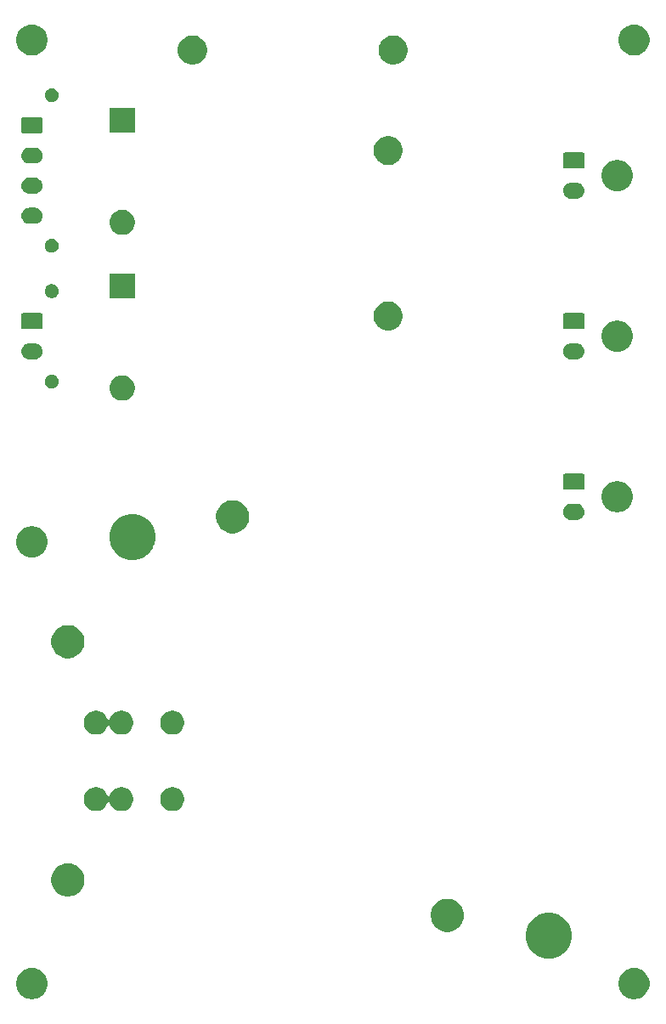
<source format=gbr>
G04 #@! TF.GenerationSoftware,KiCad,Pcbnew,5.1.5-52549c5~84~ubuntu18.04.1*
G04 #@! TF.CreationDate,2020-02-01T01:55:07-06:00*
G04 #@! TF.ProjectId,ContactorDriver,436f6e74-6163-4746-9f72-447269766572,rev?*
G04 #@! TF.SameCoordinates,Original*
G04 #@! TF.FileFunction,Soldermask,Bot*
G04 #@! TF.FilePolarity,Negative*
%FSLAX46Y46*%
G04 Gerber Fmt 4.6, Leading zero omitted, Abs format (unit mm)*
G04 Created by KiCad (PCBNEW 5.1.5-52549c5~84~ubuntu18.04.1) date 2020-02-01 01:55:07*
%MOMM*%
%LPD*%
G04 APERTURE LIST*
%ADD10C,0.100000*%
G04 APERTURE END LIST*
D10*
G36*
X227302585Y-163478802D02*
G01*
X227452410Y-163508604D01*
X227734674Y-163625521D01*
X227988705Y-163795259D01*
X228204741Y-164011295D01*
X228374479Y-164265326D01*
X228491396Y-164547590D01*
X228551000Y-164847240D01*
X228551000Y-165152760D01*
X228491396Y-165452410D01*
X228374479Y-165734674D01*
X228204741Y-165988705D01*
X227988705Y-166204741D01*
X227734674Y-166374479D01*
X227452410Y-166491396D01*
X227302585Y-166521198D01*
X227152761Y-166551000D01*
X226847239Y-166551000D01*
X226697415Y-166521198D01*
X226547590Y-166491396D01*
X226265326Y-166374479D01*
X226011295Y-166204741D01*
X225795259Y-165988705D01*
X225625521Y-165734674D01*
X225508604Y-165452410D01*
X225449000Y-165152760D01*
X225449000Y-164847240D01*
X225508604Y-164547590D01*
X225625521Y-164265326D01*
X225795259Y-164011295D01*
X226011295Y-163795259D01*
X226265326Y-163625521D01*
X226547590Y-163508604D01*
X226697415Y-163478802D01*
X226847239Y-163449000D01*
X227152761Y-163449000D01*
X227302585Y-163478802D01*
G37*
G36*
X167302585Y-163478802D02*
G01*
X167452410Y-163508604D01*
X167734674Y-163625521D01*
X167988705Y-163795259D01*
X168204741Y-164011295D01*
X168374479Y-164265326D01*
X168491396Y-164547590D01*
X168551000Y-164847240D01*
X168551000Y-165152760D01*
X168491396Y-165452410D01*
X168374479Y-165734674D01*
X168204741Y-165988705D01*
X167988705Y-166204741D01*
X167734674Y-166374479D01*
X167452410Y-166491396D01*
X167302585Y-166521198D01*
X167152761Y-166551000D01*
X166847239Y-166551000D01*
X166697415Y-166521198D01*
X166547590Y-166491396D01*
X166265326Y-166374479D01*
X166011295Y-166204741D01*
X165795259Y-165988705D01*
X165625521Y-165734674D01*
X165508604Y-165452410D01*
X165449000Y-165152760D01*
X165449000Y-164847240D01*
X165508604Y-164547590D01*
X165625521Y-164265326D01*
X165795259Y-164011295D01*
X166011295Y-163795259D01*
X166265326Y-163625521D01*
X166547590Y-163508604D01*
X166697415Y-163478802D01*
X166847239Y-163449000D01*
X167152761Y-163449000D01*
X167302585Y-163478802D01*
G37*
G36*
X219171304Y-158037002D02*
G01*
X219590139Y-158210489D01*
X219590141Y-158210490D01*
X219779891Y-158337277D01*
X219967082Y-158462354D01*
X220287646Y-158782918D01*
X220539511Y-159159861D01*
X220712998Y-159578696D01*
X220801440Y-160023327D01*
X220801440Y-160476673D01*
X220712998Y-160921304D01*
X220539511Y-161340139D01*
X220539510Y-161340141D01*
X220287645Y-161717083D01*
X219967083Y-162037645D01*
X219590141Y-162289510D01*
X219590140Y-162289511D01*
X219590139Y-162289511D01*
X219171304Y-162462998D01*
X218726673Y-162551440D01*
X218273327Y-162551440D01*
X217828696Y-162462998D01*
X217409861Y-162289511D01*
X217409860Y-162289511D01*
X217409859Y-162289510D01*
X217032917Y-162037645D01*
X216712355Y-161717083D01*
X216460490Y-161340141D01*
X216460489Y-161340139D01*
X216287002Y-160921304D01*
X216198560Y-160476673D01*
X216198560Y-160023327D01*
X216287002Y-159578696D01*
X216460489Y-159159861D01*
X216712354Y-158782918D01*
X217032918Y-158462354D01*
X217220109Y-158337277D01*
X217409859Y-158210490D01*
X217409861Y-158210489D01*
X217828696Y-158037002D01*
X218273327Y-157948560D01*
X218726673Y-157948560D01*
X219171304Y-158037002D01*
G37*
G36*
X208775256Y-156591298D02*
G01*
X208881579Y-156612447D01*
X209182042Y-156736903D01*
X209452451Y-156917585D01*
X209682415Y-157147549D01*
X209682416Y-157147551D01*
X209863098Y-157417960D01*
X209987553Y-157718422D01*
X210051000Y-158037389D01*
X210051000Y-158362611D01*
X210008702Y-158575256D01*
X209987553Y-158681579D01*
X209863097Y-158982042D01*
X209682415Y-159252451D01*
X209452451Y-159482415D01*
X209182042Y-159663097D01*
X208881579Y-159787553D01*
X208775256Y-159808702D01*
X208562611Y-159851000D01*
X208237389Y-159851000D01*
X208024744Y-159808702D01*
X207918421Y-159787553D01*
X207617958Y-159663097D01*
X207347549Y-159482415D01*
X207117585Y-159252451D01*
X206936903Y-158982042D01*
X206812447Y-158681579D01*
X206791298Y-158575256D01*
X206749000Y-158362611D01*
X206749000Y-158037389D01*
X206812447Y-157718422D01*
X206936902Y-157417960D01*
X207117584Y-157147551D01*
X207117585Y-157147549D01*
X207347549Y-156917585D01*
X207617958Y-156736903D01*
X207918421Y-156612447D01*
X208024744Y-156591298D01*
X208237389Y-156549000D01*
X208562611Y-156549000D01*
X208775256Y-156591298D01*
G37*
G36*
X170955256Y-153071298D02*
G01*
X171061579Y-153092447D01*
X171362042Y-153216903D01*
X171632451Y-153397585D01*
X171862415Y-153627549D01*
X172043097Y-153897958D01*
X172167553Y-154198421D01*
X172231000Y-154517391D01*
X172231000Y-154842609D01*
X172167553Y-155161579D01*
X172043097Y-155462042D01*
X171862415Y-155732451D01*
X171632451Y-155962415D01*
X171362042Y-156143097D01*
X171061579Y-156267553D01*
X170955256Y-156288702D01*
X170742611Y-156331000D01*
X170417389Y-156331000D01*
X170204744Y-156288702D01*
X170098421Y-156267553D01*
X169797958Y-156143097D01*
X169527549Y-155962415D01*
X169297585Y-155732451D01*
X169116903Y-155462042D01*
X168992447Y-155161579D01*
X168929000Y-154842609D01*
X168929000Y-154517391D01*
X168992447Y-154198421D01*
X169116903Y-153897958D01*
X169297585Y-153627549D01*
X169527549Y-153397585D01*
X169797958Y-153216903D01*
X170098421Y-153092447D01*
X170204744Y-153071298D01*
X170417389Y-153029000D01*
X170742611Y-153029000D01*
X170955256Y-153071298D01*
G37*
G36*
X173728276Y-145471884D02*
G01*
X173945569Y-145561890D01*
X173945571Y-145561891D01*
X174141130Y-145692560D01*
X174307440Y-145858870D01*
X174438110Y-146054431D01*
X174529513Y-146275097D01*
X174534516Y-146291589D01*
X174546067Y-146313199D01*
X174561613Y-146332141D01*
X174580555Y-146347686D01*
X174602165Y-146359237D01*
X174625614Y-146366350D01*
X174650000Y-146368752D01*
X174674387Y-146366350D01*
X174697836Y-146359237D01*
X174719446Y-146347686D01*
X174738388Y-146332140D01*
X174753933Y-146313198D01*
X174765484Y-146291588D01*
X174770486Y-146275098D01*
X174861890Y-146054431D01*
X174992560Y-145858870D01*
X175158870Y-145692560D01*
X175354429Y-145561891D01*
X175354431Y-145561890D01*
X175571724Y-145471884D01*
X175802400Y-145426000D01*
X176037600Y-145426000D01*
X176268276Y-145471884D01*
X176485569Y-145561890D01*
X176485571Y-145561891D01*
X176681130Y-145692560D01*
X176847440Y-145858870D01*
X176978110Y-146054431D01*
X177068116Y-146271724D01*
X177114000Y-146502400D01*
X177114000Y-146737600D01*
X177068116Y-146968276D01*
X176978110Y-147185569D01*
X176978109Y-147185571D01*
X176847440Y-147381130D01*
X176681130Y-147547440D01*
X176485571Y-147678109D01*
X176485570Y-147678110D01*
X176485569Y-147678110D01*
X176268276Y-147768116D01*
X176037600Y-147814000D01*
X175802400Y-147814000D01*
X175571724Y-147768116D01*
X175354431Y-147678110D01*
X175354430Y-147678110D01*
X175354429Y-147678109D01*
X175158870Y-147547440D01*
X174992560Y-147381130D01*
X174861891Y-147185571D01*
X174771885Y-146968277D01*
X174770487Y-146964903D01*
X174765484Y-146948411D01*
X174753933Y-146926801D01*
X174738387Y-146907859D01*
X174719445Y-146892314D01*
X174697835Y-146880763D01*
X174674386Y-146873650D01*
X174650000Y-146871248D01*
X174625613Y-146873650D01*
X174602164Y-146880763D01*
X174580554Y-146892314D01*
X174561612Y-146907860D01*
X174546067Y-146926802D01*
X174534516Y-146948412D01*
X174529514Y-146964902D01*
X174438110Y-147185569D01*
X174438109Y-147185571D01*
X174307440Y-147381130D01*
X174141130Y-147547440D01*
X173945571Y-147678109D01*
X173945570Y-147678110D01*
X173945569Y-147678110D01*
X173728276Y-147768116D01*
X173497600Y-147814000D01*
X173262400Y-147814000D01*
X173031724Y-147768116D01*
X172814431Y-147678110D01*
X172814430Y-147678110D01*
X172814429Y-147678109D01*
X172618870Y-147547440D01*
X172452560Y-147381130D01*
X172321891Y-147185571D01*
X172321890Y-147185569D01*
X172231884Y-146968276D01*
X172186000Y-146737600D01*
X172186000Y-146502400D01*
X172231884Y-146271724D01*
X172321890Y-146054431D01*
X172452560Y-145858870D01*
X172618870Y-145692560D01*
X172814429Y-145561891D01*
X172814431Y-145561890D01*
X173031724Y-145471884D01*
X173262400Y-145426000D01*
X173497600Y-145426000D01*
X173728276Y-145471884D01*
G37*
G36*
X181348276Y-145471884D02*
G01*
X181565569Y-145561890D01*
X181565571Y-145561891D01*
X181761130Y-145692560D01*
X181927440Y-145858870D01*
X182058110Y-146054431D01*
X182148116Y-146271724D01*
X182194000Y-146502400D01*
X182194000Y-146737600D01*
X182148116Y-146968276D01*
X182058110Y-147185569D01*
X182058109Y-147185571D01*
X181927440Y-147381130D01*
X181761130Y-147547440D01*
X181565571Y-147678109D01*
X181565570Y-147678110D01*
X181565569Y-147678110D01*
X181348276Y-147768116D01*
X181117600Y-147814000D01*
X180882400Y-147814000D01*
X180651724Y-147768116D01*
X180434431Y-147678110D01*
X180434430Y-147678110D01*
X180434429Y-147678109D01*
X180238870Y-147547440D01*
X180072560Y-147381130D01*
X179941891Y-147185571D01*
X179941890Y-147185569D01*
X179851884Y-146968276D01*
X179806000Y-146737600D01*
X179806000Y-146502400D01*
X179851884Y-146271724D01*
X179941890Y-146054431D01*
X180072560Y-145858870D01*
X180238870Y-145692560D01*
X180434429Y-145561891D01*
X180434431Y-145561890D01*
X180651724Y-145471884D01*
X180882400Y-145426000D01*
X181117600Y-145426000D01*
X181348276Y-145471884D01*
G37*
G36*
X173728276Y-137851884D02*
G01*
X173945569Y-137941890D01*
X173945571Y-137941891D01*
X174141130Y-138072560D01*
X174307440Y-138238870D01*
X174438110Y-138434431D01*
X174529513Y-138655097D01*
X174534516Y-138671589D01*
X174546067Y-138693199D01*
X174561613Y-138712141D01*
X174580555Y-138727686D01*
X174602165Y-138739237D01*
X174625614Y-138746350D01*
X174650000Y-138748752D01*
X174674387Y-138746350D01*
X174697836Y-138739237D01*
X174719446Y-138727686D01*
X174738388Y-138712140D01*
X174753933Y-138693198D01*
X174765484Y-138671588D01*
X174770486Y-138655098D01*
X174861890Y-138434431D01*
X174992560Y-138238870D01*
X175158870Y-138072560D01*
X175354429Y-137941891D01*
X175354431Y-137941890D01*
X175571724Y-137851884D01*
X175802400Y-137806000D01*
X176037600Y-137806000D01*
X176268276Y-137851884D01*
X176485569Y-137941890D01*
X176485571Y-137941891D01*
X176681130Y-138072560D01*
X176847440Y-138238870D01*
X176978110Y-138434431D01*
X177068116Y-138651724D01*
X177114000Y-138882400D01*
X177114000Y-139117600D01*
X177068116Y-139348276D01*
X176978110Y-139565569D01*
X176978109Y-139565571D01*
X176847440Y-139761130D01*
X176681130Y-139927440D01*
X176485571Y-140058109D01*
X176485570Y-140058110D01*
X176485569Y-140058110D01*
X176268276Y-140148116D01*
X176037600Y-140194000D01*
X175802400Y-140194000D01*
X175571724Y-140148116D01*
X175354431Y-140058110D01*
X175354430Y-140058110D01*
X175354429Y-140058109D01*
X175158870Y-139927440D01*
X174992560Y-139761130D01*
X174861891Y-139565571D01*
X174771885Y-139348277D01*
X174770487Y-139344903D01*
X174765484Y-139328411D01*
X174753933Y-139306801D01*
X174738387Y-139287859D01*
X174719445Y-139272314D01*
X174697835Y-139260763D01*
X174674386Y-139253650D01*
X174650000Y-139251248D01*
X174625613Y-139253650D01*
X174602164Y-139260763D01*
X174580554Y-139272314D01*
X174561612Y-139287860D01*
X174546067Y-139306802D01*
X174534516Y-139328412D01*
X174529514Y-139344902D01*
X174438110Y-139565569D01*
X174438109Y-139565571D01*
X174307440Y-139761130D01*
X174141130Y-139927440D01*
X173945571Y-140058109D01*
X173945570Y-140058110D01*
X173945569Y-140058110D01*
X173728276Y-140148116D01*
X173497600Y-140194000D01*
X173262400Y-140194000D01*
X173031724Y-140148116D01*
X172814431Y-140058110D01*
X172814430Y-140058110D01*
X172814429Y-140058109D01*
X172618870Y-139927440D01*
X172452560Y-139761130D01*
X172321891Y-139565571D01*
X172321890Y-139565569D01*
X172231884Y-139348276D01*
X172186000Y-139117600D01*
X172186000Y-138882400D01*
X172231884Y-138651724D01*
X172321890Y-138434431D01*
X172452560Y-138238870D01*
X172618870Y-138072560D01*
X172814429Y-137941891D01*
X172814431Y-137941890D01*
X173031724Y-137851884D01*
X173262400Y-137806000D01*
X173497600Y-137806000D01*
X173728276Y-137851884D01*
G37*
G36*
X181348276Y-137851884D02*
G01*
X181565569Y-137941890D01*
X181565571Y-137941891D01*
X181761130Y-138072560D01*
X181927440Y-138238870D01*
X182058110Y-138434431D01*
X182148116Y-138651724D01*
X182194000Y-138882400D01*
X182194000Y-139117600D01*
X182148116Y-139348276D01*
X182058110Y-139565569D01*
X182058109Y-139565571D01*
X181927440Y-139761130D01*
X181761130Y-139927440D01*
X181565571Y-140058109D01*
X181565570Y-140058110D01*
X181565569Y-140058110D01*
X181348276Y-140148116D01*
X181117600Y-140194000D01*
X180882400Y-140194000D01*
X180651724Y-140148116D01*
X180434431Y-140058110D01*
X180434430Y-140058110D01*
X180434429Y-140058109D01*
X180238870Y-139927440D01*
X180072560Y-139761130D01*
X179941891Y-139565571D01*
X179941890Y-139565569D01*
X179851884Y-139348276D01*
X179806000Y-139117600D01*
X179806000Y-138882400D01*
X179851884Y-138651724D01*
X179941890Y-138434431D01*
X180072560Y-138238870D01*
X180238870Y-138072560D01*
X180434429Y-137941891D01*
X180434431Y-137941890D01*
X180651724Y-137851884D01*
X180882400Y-137806000D01*
X181117600Y-137806000D01*
X181348276Y-137851884D01*
G37*
G36*
X170955256Y-129331298D02*
G01*
X171061579Y-129352447D01*
X171362042Y-129476903D01*
X171632451Y-129657585D01*
X171862415Y-129887549D01*
X172043097Y-130157958D01*
X172167553Y-130458421D01*
X172231000Y-130777391D01*
X172231000Y-131102609D01*
X172167553Y-131421579D01*
X172043097Y-131722042D01*
X171862415Y-131992451D01*
X171632451Y-132222415D01*
X171362042Y-132403097D01*
X171061579Y-132527553D01*
X170955256Y-132548702D01*
X170742611Y-132591000D01*
X170417389Y-132591000D01*
X170204744Y-132548702D01*
X170098421Y-132527553D01*
X169797958Y-132403097D01*
X169527549Y-132222415D01*
X169297585Y-131992451D01*
X169116903Y-131722042D01*
X168992447Y-131421579D01*
X168929000Y-131102609D01*
X168929000Y-130777391D01*
X168992447Y-130458421D01*
X169116903Y-130157958D01*
X169297585Y-129887549D01*
X169527549Y-129657585D01*
X169797958Y-129476903D01*
X170098421Y-129352447D01*
X170204744Y-129331298D01*
X170417389Y-129289000D01*
X170742611Y-129289000D01*
X170955256Y-129331298D01*
G37*
G36*
X177671304Y-118287002D02*
G01*
X178057972Y-118447165D01*
X178090141Y-118460490D01*
X178252736Y-118569133D01*
X178467082Y-118712354D01*
X178787646Y-119032918D01*
X179039511Y-119409861D01*
X179212998Y-119828696D01*
X179301440Y-120273327D01*
X179301440Y-120726673D01*
X179212998Y-121171304D01*
X179096560Y-121452410D01*
X179039510Y-121590141D01*
X178787645Y-121967083D01*
X178467083Y-122287645D01*
X178090141Y-122539510D01*
X178090140Y-122539511D01*
X178090139Y-122539511D01*
X177671304Y-122712998D01*
X177226673Y-122801440D01*
X176773327Y-122801440D01*
X176328696Y-122712998D01*
X175909861Y-122539511D01*
X175909860Y-122539511D01*
X175909859Y-122539510D01*
X175532917Y-122287645D01*
X175212355Y-121967083D01*
X174960490Y-121590141D01*
X174903440Y-121452410D01*
X174787002Y-121171304D01*
X174698560Y-120726673D01*
X174698560Y-120273327D01*
X174787002Y-119828696D01*
X174960489Y-119409861D01*
X175212354Y-119032918D01*
X175532918Y-118712354D01*
X175747264Y-118569133D01*
X175909859Y-118460490D01*
X175942028Y-118447165D01*
X176328696Y-118287002D01*
X176773327Y-118198560D01*
X177226673Y-118198560D01*
X177671304Y-118287002D01*
G37*
G36*
X167302585Y-119478802D02*
G01*
X167452410Y-119508604D01*
X167734674Y-119625521D01*
X167988705Y-119795259D01*
X168204741Y-120011295D01*
X168374479Y-120265326D01*
X168491396Y-120547590D01*
X168491396Y-120547591D01*
X168551000Y-120847239D01*
X168551000Y-121152761D01*
X168547311Y-121171305D01*
X168491396Y-121452410D01*
X168374479Y-121734674D01*
X168204741Y-121988705D01*
X167988705Y-122204741D01*
X167734674Y-122374479D01*
X167452410Y-122491396D01*
X167302585Y-122521198D01*
X167152761Y-122551000D01*
X166847239Y-122551000D01*
X166697415Y-122521198D01*
X166547590Y-122491396D01*
X166265326Y-122374479D01*
X166011295Y-122204741D01*
X165795259Y-121988705D01*
X165625521Y-121734674D01*
X165508604Y-121452410D01*
X165452689Y-121171305D01*
X165449000Y-121152761D01*
X165449000Y-120847239D01*
X165508604Y-120547591D01*
X165508604Y-120547590D01*
X165625521Y-120265326D01*
X165795259Y-120011295D01*
X166011295Y-119795259D01*
X166265326Y-119625521D01*
X166547590Y-119508604D01*
X166697415Y-119478802D01*
X166847239Y-119449000D01*
X167152761Y-119449000D01*
X167302585Y-119478802D01*
G37*
G36*
X187375256Y-116891298D02*
G01*
X187481579Y-116912447D01*
X187782042Y-117036903D01*
X188052451Y-117217585D01*
X188282415Y-117447549D01*
X188463097Y-117717958D01*
X188579923Y-118000000D01*
X188587553Y-118018422D01*
X188651000Y-118337389D01*
X188651000Y-118662611D01*
X188625778Y-118789410D01*
X188587553Y-118981579D01*
X188463097Y-119282042D01*
X188282415Y-119552451D01*
X188052451Y-119782415D01*
X187782042Y-119963097D01*
X187481579Y-120087553D01*
X187375256Y-120108702D01*
X187162611Y-120151000D01*
X186837389Y-120151000D01*
X186624744Y-120108702D01*
X186518421Y-120087553D01*
X186217958Y-119963097D01*
X185947549Y-119782415D01*
X185717585Y-119552451D01*
X185536903Y-119282042D01*
X185412447Y-118981579D01*
X185374222Y-118789410D01*
X185349000Y-118662611D01*
X185349000Y-118337389D01*
X185412447Y-118018422D01*
X185420078Y-118000000D01*
X185536903Y-117717958D01*
X185717585Y-117447549D01*
X185947549Y-117217585D01*
X186217958Y-117036903D01*
X186518421Y-116912447D01*
X186624744Y-116891298D01*
X186837389Y-116849000D01*
X187162611Y-116849000D01*
X187375256Y-116891298D01*
G37*
G36*
X221338571Y-117202863D02*
G01*
X221417023Y-117210590D01*
X221496417Y-117234674D01*
X221568013Y-117256392D01*
X221707165Y-117330771D01*
X221829133Y-117430867D01*
X221929229Y-117552835D01*
X222003608Y-117691987D01*
X222007477Y-117704741D01*
X222049410Y-117842977D01*
X222064875Y-118000000D01*
X222049410Y-118157023D01*
X222036810Y-118198560D01*
X222003608Y-118308013D01*
X221929229Y-118447165D01*
X221829133Y-118569133D01*
X221707165Y-118669229D01*
X221568013Y-118743608D01*
X221517682Y-118758875D01*
X221417023Y-118789410D01*
X221338571Y-118797137D01*
X221299346Y-118801000D01*
X220700654Y-118801000D01*
X220661429Y-118797137D01*
X220582977Y-118789410D01*
X220482318Y-118758875D01*
X220431987Y-118743608D01*
X220292835Y-118669229D01*
X220170867Y-118569133D01*
X220070771Y-118447165D01*
X219996392Y-118308013D01*
X219963190Y-118198560D01*
X219950590Y-118157023D01*
X219935125Y-118000000D01*
X219950590Y-117842977D01*
X219992523Y-117704741D01*
X219996392Y-117691987D01*
X220070771Y-117552835D01*
X220170867Y-117430867D01*
X220292835Y-117330771D01*
X220431987Y-117256392D01*
X220503583Y-117234674D01*
X220582977Y-117210590D01*
X220661429Y-117202863D01*
X220700654Y-117199000D01*
X221299346Y-117199000D01*
X221338571Y-117202863D01*
G37*
G36*
X225622585Y-114978802D02*
G01*
X225772410Y-115008604D01*
X226054674Y-115125521D01*
X226308705Y-115295259D01*
X226524741Y-115511295D01*
X226694479Y-115765326D01*
X226811396Y-116047590D01*
X226871000Y-116347240D01*
X226871000Y-116652760D01*
X226811396Y-116952410D01*
X226694479Y-117234674D01*
X226524741Y-117488705D01*
X226308705Y-117704741D01*
X226054674Y-117874479D01*
X225772410Y-117991396D01*
X225636546Y-118018421D01*
X225472761Y-118051000D01*
X225167239Y-118051000D01*
X225003454Y-118018421D01*
X224867590Y-117991396D01*
X224585326Y-117874479D01*
X224331295Y-117704741D01*
X224115259Y-117488705D01*
X223945521Y-117234674D01*
X223828604Y-116952410D01*
X223769000Y-116652760D01*
X223769000Y-116347240D01*
X223828604Y-116047590D01*
X223945521Y-115765326D01*
X224115259Y-115511295D01*
X224331295Y-115295259D01*
X224585326Y-115125521D01*
X224867590Y-115008604D01*
X225017415Y-114978802D01*
X225167239Y-114949000D01*
X225472761Y-114949000D01*
X225622585Y-114978802D01*
G37*
G36*
X221913048Y-114203122D02*
G01*
X221947387Y-114213539D01*
X221979036Y-114230456D01*
X222006778Y-114253222D01*
X222029544Y-114280964D01*
X222046461Y-114312613D01*
X222056878Y-114346952D01*
X222061000Y-114388807D01*
X222061000Y-115611193D01*
X222056878Y-115653048D01*
X222046461Y-115687387D01*
X222029544Y-115719036D01*
X222006778Y-115746778D01*
X221979036Y-115769544D01*
X221947387Y-115786461D01*
X221913048Y-115796878D01*
X221871193Y-115801000D01*
X220128807Y-115801000D01*
X220086952Y-115796878D01*
X220052613Y-115786461D01*
X220020964Y-115769544D01*
X219993222Y-115746778D01*
X219970456Y-115719036D01*
X219953539Y-115687387D01*
X219943122Y-115653048D01*
X219939000Y-115611193D01*
X219939000Y-114388807D01*
X219943122Y-114346952D01*
X219953539Y-114312613D01*
X219970456Y-114280964D01*
X219993222Y-114253222D01*
X220020964Y-114230456D01*
X220052613Y-114213539D01*
X220086952Y-114203122D01*
X220128807Y-114199000D01*
X221871193Y-114199000D01*
X221913048Y-114203122D01*
G37*
G36*
X176364903Y-104457075D02*
G01*
X176592571Y-104551378D01*
X176797466Y-104688285D01*
X176971715Y-104862534D01*
X177108622Y-105067429D01*
X177108623Y-105067431D01*
X177108679Y-105067566D01*
X177202925Y-105295097D01*
X177251000Y-105536787D01*
X177251000Y-105783213D01*
X177202925Y-106024903D01*
X177108622Y-106252571D01*
X176971715Y-106457466D01*
X176797466Y-106631715D01*
X176592571Y-106768622D01*
X176592570Y-106768623D01*
X176592569Y-106768623D01*
X176364903Y-106862925D01*
X176123214Y-106911000D01*
X175876786Y-106911000D01*
X175635097Y-106862925D01*
X175407431Y-106768623D01*
X175407430Y-106768623D01*
X175407429Y-106768622D01*
X175202534Y-106631715D01*
X175028285Y-106457466D01*
X174891378Y-106252571D01*
X174797075Y-106024903D01*
X174749000Y-105783213D01*
X174749000Y-105536787D01*
X174797075Y-105295097D01*
X174891321Y-105067566D01*
X174891377Y-105067431D01*
X174891378Y-105067429D01*
X175028285Y-104862534D01*
X175202534Y-104688285D01*
X175407429Y-104551378D01*
X175635097Y-104457075D01*
X175876786Y-104409000D01*
X176123214Y-104409000D01*
X176364903Y-104457075D01*
G37*
G36*
X169160098Y-104340362D02*
G01*
X169284941Y-104392074D01*
X169284943Y-104392075D01*
X169310273Y-104409000D01*
X169397299Y-104467149D01*
X169492851Y-104562701D01*
X169567926Y-104675059D01*
X169619638Y-104799902D01*
X169646000Y-104932434D01*
X169646000Y-105067566D01*
X169619638Y-105200098D01*
X169580288Y-105295097D01*
X169567925Y-105324943D01*
X169492851Y-105437299D01*
X169397299Y-105532851D01*
X169284943Y-105607925D01*
X169284942Y-105607926D01*
X169284941Y-105607926D01*
X169160098Y-105659638D01*
X169027566Y-105686000D01*
X168892434Y-105686000D01*
X168759902Y-105659638D01*
X168635059Y-105607926D01*
X168635058Y-105607926D01*
X168635057Y-105607925D01*
X168522701Y-105532851D01*
X168427149Y-105437299D01*
X168352075Y-105324943D01*
X168339712Y-105295097D01*
X168300362Y-105200098D01*
X168274000Y-105067566D01*
X168274000Y-104932434D01*
X168300362Y-104799902D01*
X168352074Y-104675059D01*
X168427149Y-104562701D01*
X168522701Y-104467149D01*
X168609727Y-104409000D01*
X168635057Y-104392075D01*
X168635059Y-104392074D01*
X168759902Y-104340362D01*
X168892434Y-104314000D01*
X169027566Y-104314000D01*
X169160098Y-104340362D01*
G37*
G36*
X221338571Y-101202863D02*
G01*
X221417023Y-101210590D01*
X221496417Y-101234674D01*
X221568013Y-101256392D01*
X221707165Y-101330771D01*
X221829133Y-101430867D01*
X221929229Y-101552835D01*
X222003608Y-101691987D01*
X222007477Y-101704741D01*
X222049410Y-101842977D01*
X222064875Y-102000000D01*
X222049410Y-102157023D01*
X222018875Y-102257682D01*
X222003608Y-102308013D01*
X221929229Y-102447165D01*
X221829133Y-102569133D01*
X221707165Y-102669229D01*
X221568013Y-102743608D01*
X221517682Y-102758875D01*
X221417023Y-102789410D01*
X221338571Y-102797137D01*
X221299346Y-102801000D01*
X220700654Y-102801000D01*
X220661429Y-102797137D01*
X220582977Y-102789410D01*
X220482318Y-102758875D01*
X220431987Y-102743608D01*
X220292835Y-102669229D01*
X220170867Y-102569133D01*
X220070771Y-102447165D01*
X219996392Y-102308013D01*
X219981125Y-102257682D01*
X219950590Y-102157023D01*
X219935125Y-102000000D01*
X219950590Y-101842977D01*
X219992523Y-101704741D01*
X219996392Y-101691987D01*
X220070771Y-101552835D01*
X220170867Y-101430867D01*
X220292835Y-101330771D01*
X220431987Y-101256392D01*
X220503583Y-101234674D01*
X220582977Y-101210590D01*
X220661429Y-101202863D01*
X220700654Y-101199000D01*
X221299346Y-101199000D01*
X221338571Y-101202863D01*
G37*
G36*
X167338571Y-101202863D02*
G01*
X167417023Y-101210590D01*
X167496417Y-101234674D01*
X167568013Y-101256392D01*
X167707165Y-101330771D01*
X167829133Y-101430867D01*
X167929229Y-101552835D01*
X168003608Y-101691987D01*
X168007477Y-101704741D01*
X168049410Y-101842977D01*
X168064875Y-102000000D01*
X168049410Y-102157023D01*
X168018875Y-102257682D01*
X168003608Y-102308013D01*
X167929229Y-102447165D01*
X167829133Y-102569133D01*
X167707165Y-102669229D01*
X167568013Y-102743608D01*
X167517682Y-102758875D01*
X167417023Y-102789410D01*
X167338571Y-102797137D01*
X167299346Y-102801000D01*
X166700654Y-102801000D01*
X166661429Y-102797137D01*
X166582977Y-102789410D01*
X166482318Y-102758875D01*
X166431987Y-102743608D01*
X166292835Y-102669229D01*
X166170867Y-102569133D01*
X166070771Y-102447165D01*
X165996392Y-102308013D01*
X165981125Y-102257682D01*
X165950590Y-102157023D01*
X165935125Y-102000000D01*
X165950590Y-101842977D01*
X165992523Y-101704741D01*
X165996392Y-101691987D01*
X166070771Y-101552835D01*
X166170867Y-101430867D01*
X166292835Y-101330771D01*
X166431987Y-101256392D01*
X166503583Y-101234674D01*
X166582977Y-101210590D01*
X166661429Y-101202863D01*
X166700654Y-101199000D01*
X167299346Y-101199000D01*
X167338571Y-101202863D01*
G37*
G36*
X225622585Y-98978802D02*
G01*
X225772410Y-99008604D01*
X226054674Y-99125521D01*
X226308705Y-99295259D01*
X226524741Y-99511295D01*
X226694479Y-99765326D01*
X226811396Y-100047590D01*
X226871000Y-100347240D01*
X226871000Y-100652760D01*
X226811396Y-100952410D01*
X226694479Y-101234674D01*
X226524741Y-101488705D01*
X226308705Y-101704741D01*
X226054674Y-101874479D01*
X225772410Y-101991396D01*
X225622585Y-102021198D01*
X225472761Y-102051000D01*
X225167239Y-102051000D01*
X225017415Y-102021198D01*
X224867590Y-101991396D01*
X224585326Y-101874479D01*
X224331295Y-101704741D01*
X224115259Y-101488705D01*
X223945521Y-101234674D01*
X223828604Y-100952410D01*
X223769000Y-100652760D01*
X223769000Y-100347240D01*
X223828604Y-100047590D01*
X223945521Y-99765326D01*
X224115259Y-99511295D01*
X224331295Y-99295259D01*
X224585326Y-99125521D01*
X224867590Y-99008604D01*
X225017415Y-98978802D01*
X225167239Y-98949000D01*
X225472761Y-98949000D01*
X225622585Y-98978802D01*
G37*
G36*
X202923241Y-97104760D02*
G01*
X203187305Y-97214139D01*
X203424958Y-97372934D01*
X203627066Y-97575042D01*
X203785861Y-97812695D01*
X203895240Y-98076759D01*
X203951000Y-98357088D01*
X203951000Y-98642912D01*
X203895240Y-98923241D01*
X203785861Y-99187305D01*
X203627066Y-99424958D01*
X203424958Y-99627066D01*
X203187305Y-99785861D01*
X202923241Y-99895240D01*
X202642912Y-99951000D01*
X202357088Y-99951000D01*
X202076759Y-99895240D01*
X201812695Y-99785861D01*
X201575042Y-99627066D01*
X201372934Y-99424958D01*
X201214139Y-99187305D01*
X201104760Y-98923241D01*
X201049000Y-98642912D01*
X201049000Y-98357088D01*
X201104760Y-98076759D01*
X201214139Y-97812695D01*
X201372934Y-97575042D01*
X201575042Y-97372934D01*
X201812695Y-97214139D01*
X202076759Y-97104760D01*
X202357088Y-97049000D01*
X202642912Y-97049000D01*
X202923241Y-97104760D01*
G37*
G36*
X221913048Y-98203122D02*
G01*
X221947387Y-98213539D01*
X221979036Y-98230456D01*
X222006778Y-98253222D01*
X222029544Y-98280964D01*
X222046461Y-98312613D01*
X222056878Y-98346952D01*
X222061000Y-98388807D01*
X222061000Y-99611193D01*
X222056878Y-99653048D01*
X222046461Y-99687387D01*
X222029544Y-99719036D01*
X222006778Y-99746778D01*
X221979036Y-99769544D01*
X221947387Y-99786461D01*
X221913048Y-99796878D01*
X221871193Y-99801000D01*
X220128807Y-99801000D01*
X220086952Y-99796878D01*
X220052613Y-99786461D01*
X220020964Y-99769544D01*
X219993222Y-99746778D01*
X219970456Y-99719036D01*
X219953539Y-99687387D01*
X219943122Y-99653048D01*
X219939000Y-99611193D01*
X219939000Y-98388807D01*
X219943122Y-98346952D01*
X219953539Y-98312613D01*
X219970456Y-98280964D01*
X219993222Y-98253222D01*
X220020964Y-98230456D01*
X220052613Y-98213539D01*
X220086952Y-98203122D01*
X220128807Y-98199000D01*
X221871193Y-98199000D01*
X221913048Y-98203122D01*
G37*
G36*
X167913048Y-98203122D02*
G01*
X167947387Y-98213539D01*
X167979036Y-98230456D01*
X168006778Y-98253222D01*
X168029544Y-98280964D01*
X168046461Y-98312613D01*
X168056878Y-98346952D01*
X168061000Y-98388807D01*
X168061000Y-99611193D01*
X168056878Y-99653048D01*
X168046461Y-99687387D01*
X168029544Y-99719036D01*
X168006778Y-99746778D01*
X167979036Y-99769544D01*
X167947387Y-99786461D01*
X167913048Y-99796878D01*
X167871193Y-99801000D01*
X166128807Y-99801000D01*
X166086952Y-99796878D01*
X166052613Y-99786461D01*
X166020964Y-99769544D01*
X165993222Y-99746778D01*
X165970456Y-99719036D01*
X165953539Y-99687387D01*
X165943122Y-99653048D01*
X165939000Y-99611193D01*
X165939000Y-98388807D01*
X165943122Y-98346952D01*
X165953539Y-98312613D01*
X165970456Y-98280964D01*
X165993222Y-98253222D01*
X166020964Y-98230456D01*
X166052613Y-98213539D01*
X166086952Y-98203122D01*
X166128807Y-98199000D01*
X167871193Y-98199000D01*
X167913048Y-98203122D01*
G37*
G36*
X177251000Y-96751000D02*
G01*
X174749000Y-96751000D01*
X174749000Y-94249000D01*
X177251000Y-94249000D01*
X177251000Y-96751000D01*
G37*
G36*
X169160098Y-95340362D02*
G01*
X169284941Y-95392074D01*
X169284943Y-95392075D01*
X169397299Y-95467149D01*
X169492851Y-95562701D01*
X169567926Y-95675059D01*
X169619638Y-95799902D01*
X169646000Y-95932434D01*
X169646000Y-96067566D01*
X169619638Y-96200098D01*
X169567926Y-96324941D01*
X169567925Y-96324943D01*
X169492851Y-96437299D01*
X169397299Y-96532851D01*
X169284943Y-96607925D01*
X169284942Y-96607926D01*
X169284941Y-96607926D01*
X169160098Y-96659638D01*
X169027566Y-96686000D01*
X168892434Y-96686000D01*
X168759902Y-96659638D01*
X168635059Y-96607926D01*
X168635058Y-96607926D01*
X168635057Y-96607925D01*
X168522701Y-96532851D01*
X168427149Y-96437299D01*
X168352075Y-96324943D01*
X168352074Y-96324941D01*
X168300362Y-96200098D01*
X168274000Y-96067566D01*
X168274000Y-95932434D01*
X168300362Y-95799902D01*
X168352074Y-95675059D01*
X168427149Y-95562701D01*
X168522701Y-95467149D01*
X168635057Y-95392075D01*
X168635059Y-95392074D01*
X168759902Y-95340362D01*
X168892434Y-95314000D01*
X169027566Y-95314000D01*
X169160098Y-95340362D01*
G37*
G36*
X169160098Y-90840362D02*
G01*
X169284941Y-90892074D01*
X169284943Y-90892075D01*
X169397299Y-90967149D01*
X169492851Y-91062701D01*
X169567926Y-91175059D01*
X169619638Y-91299902D01*
X169646000Y-91432434D01*
X169646000Y-91567566D01*
X169619638Y-91700098D01*
X169567926Y-91824941D01*
X169567925Y-91824943D01*
X169492851Y-91937299D01*
X169397299Y-92032851D01*
X169284943Y-92107925D01*
X169284942Y-92107926D01*
X169284941Y-92107926D01*
X169160098Y-92159638D01*
X169027566Y-92186000D01*
X168892434Y-92186000D01*
X168759902Y-92159638D01*
X168635059Y-92107926D01*
X168635058Y-92107926D01*
X168635057Y-92107925D01*
X168522701Y-92032851D01*
X168427149Y-91937299D01*
X168352075Y-91824943D01*
X168352074Y-91824941D01*
X168300362Y-91700098D01*
X168274000Y-91567566D01*
X168274000Y-91432434D01*
X168300362Y-91299902D01*
X168352074Y-91175059D01*
X168427149Y-91062701D01*
X168522701Y-90967149D01*
X168635057Y-90892075D01*
X168635059Y-90892074D01*
X168759902Y-90840362D01*
X168892434Y-90814000D01*
X169027566Y-90814000D01*
X169160098Y-90840362D01*
G37*
G36*
X176364903Y-87957075D02*
G01*
X176592571Y-88051378D01*
X176797466Y-88188285D01*
X176971715Y-88362534D01*
X176971716Y-88362536D01*
X177108623Y-88567431D01*
X177202925Y-88795097D01*
X177251000Y-89036786D01*
X177251000Y-89283214D01*
X177247462Y-89301000D01*
X177202925Y-89524903D01*
X177108622Y-89752571D01*
X176971715Y-89957466D01*
X176797466Y-90131715D01*
X176592571Y-90268622D01*
X176592570Y-90268623D01*
X176592569Y-90268623D01*
X176364903Y-90362925D01*
X176123214Y-90411000D01*
X175876786Y-90411000D01*
X175635097Y-90362925D01*
X175407431Y-90268623D01*
X175407430Y-90268623D01*
X175407429Y-90268622D01*
X175202534Y-90131715D01*
X175028285Y-89957466D01*
X174891378Y-89752571D01*
X174797075Y-89524903D01*
X174752538Y-89301000D01*
X174749000Y-89283214D01*
X174749000Y-89036786D01*
X174797075Y-88795097D01*
X174891377Y-88567431D01*
X175028284Y-88362536D01*
X175028285Y-88362534D01*
X175202534Y-88188285D01*
X175407429Y-88051378D01*
X175635097Y-87957075D01*
X175876786Y-87909000D01*
X176123214Y-87909000D01*
X176364903Y-87957075D01*
G37*
G36*
X167338571Y-87702863D02*
G01*
X167417023Y-87710590D01*
X167517682Y-87741125D01*
X167568013Y-87756392D01*
X167707165Y-87830771D01*
X167829133Y-87930867D01*
X167929229Y-88052835D01*
X168003608Y-88191987D01*
X168003608Y-88191988D01*
X168049410Y-88342977D01*
X168064875Y-88500000D01*
X168049410Y-88657023D01*
X168018875Y-88757682D01*
X168003608Y-88808013D01*
X167929229Y-88947165D01*
X167829133Y-89069133D01*
X167707165Y-89169229D01*
X167568013Y-89243608D01*
X167517682Y-89258875D01*
X167417023Y-89289410D01*
X167338571Y-89297137D01*
X167299346Y-89301000D01*
X166700654Y-89301000D01*
X166661429Y-89297137D01*
X166582977Y-89289410D01*
X166482318Y-89258875D01*
X166431987Y-89243608D01*
X166292835Y-89169229D01*
X166170867Y-89069133D01*
X166070771Y-88947165D01*
X165996392Y-88808013D01*
X165981125Y-88757682D01*
X165950590Y-88657023D01*
X165935125Y-88500000D01*
X165950590Y-88342977D01*
X165996392Y-88191988D01*
X165996392Y-88191987D01*
X166070771Y-88052835D01*
X166170867Y-87930867D01*
X166292835Y-87830771D01*
X166431987Y-87756392D01*
X166482318Y-87741125D01*
X166582977Y-87710590D01*
X166661429Y-87702863D01*
X166700654Y-87699000D01*
X167299346Y-87699000D01*
X167338571Y-87702863D01*
G37*
G36*
X221338571Y-85202863D02*
G01*
X221417023Y-85210590D01*
X221496417Y-85234674D01*
X221568013Y-85256392D01*
X221707165Y-85330771D01*
X221829133Y-85430867D01*
X221929229Y-85552835D01*
X222003608Y-85691987D01*
X222007477Y-85704741D01*
X222049410Y-85842977D01*
X222064875Y-86000000D01*
X222049410Y-86157023D01*
X222045707Y-86169229D01*
X222003608Y-86308013D01*
X221929229Y-86447165D01*
X221829133Y-86569133D01*
X221707165Y-86669229D01*
X221568013Y-86743608D01*
X221517682Y-86758875D01*
X221417023Y-86789410D01*
X221338571Y-86797137D01*
X221299346Y-86801000D01*
X220700654Y-86801000D01*
X220661429Y-86797137D01*
X220582977Y-86789410D01*
X220482318Y-86758875D01*
X220431987Y-86743608D01*
X220292835Y-86669229D01*
X220170867Y-86569133D01*
X220070771Y-86447165D01*
X219996392Y-86308013D01*
X219954293Y-86169229D01*
X219950590Y-86157023D01*
X219935125Y-86000000D01*
X219950590Y-85842977D01*
X219992523Y-85704741D01*
X219996392Y-85691987D01*
X220070771Y-85552835D01*
X220170867Y-85430867D01*
X220292835Y-85330771D01*
X220431987Y-85256392D01*
X220503583Y-85234674D01*
X220582977Y-85210590D01*
X220661429Y-85202863D01*
X220700654Y-85199000D01*
X221299346Y-85199000D01*
X221338571Y-85202863D01*
G37*
G36*
X167338571Y-84702863D02*
G01*
X167417023Y-84710590D01*
X167517682Y-84741125D01*
X167568013Y-84756392D01*
X167707165Y-84830771D01*
X167829133Y-84930867D01*
X167929229Y-85052835D01*
X168003608Y-85191987D01*
X168003608Y-85191988D01*
X168049410Y-85342977D01*
X168064875Y-85500000D01*
X168049410Y-85657023D01*
X168038803Y-85691988D01*
X168003608Y-85808013D01*
X167929229Y-85947165D01*
X167829133Y-86069133D01*
X167707165Y-86169229D01*
X167568013Y-86243608D01*
X167517682Y-86258875D01*
X167417023Y-86289410D01*
X167338571Y-86297137D01*
X167299346Y-86301000D01*
X166700654Y-86301000D01*
X166661429Y-86297137D01*
X166582977Y-86289410D01*
X166482318Y-86258875D01*
X166431987Y-86243608D01*
X166292835Y-86169229D01*
X166170867Y-86069133D01*
X166070771Y-85947165D01*
X165996392Y-85808013D01*
X165961197Y-85691988D01*
X165950590Y-85657023D01*
X165935125Y-85500000D01*
X165950590Y-85342977D01*
X165996392Y-85191988D01*
X165996392Y-85191987D01*
X166070771Y-85052835D01*
X166170867Y-84930867D01*
X166292835Y-84830771D01*
X166431987Y-84756392D01*
X166482318Y-84741125D01*
X166582977Y-84710590D01*
X166661429Y-84702863D01*
X166700654Y-84699000D01*
X167299346Y-84699000D01*
X167338571Y-84702863D01*
G37*
G36*
X225622585Y-82978802D02*
G01*
X225772410Y-83008604D01*
X226054674Y-83125521D01*
X226308705Y-83295259D01*
X226524741Y-83511295D01*
X226694479Y-83765326D01*
X226811396Y-84047590D01*
X226871000Y-84347240D01*
X226871000Y-84652760D01*
X226811396Y-84952410D01*
X226694479Y-85234674D01*
X226524741Y-85488705D01*
X226308705Y-85704741D01*
X226054674Y-85874479D01*
X225772410Y-85991396D01*
X225622585Y-86021198D01*
X225472761Y-86051000D01*
X225167239Y-86051000D01*
X225017415Y-86021198D01*
X224867590Y-85991396D01*
X224585326Y-85874479D01*
X224331295Y-85704741D01*
X224115259Y-85488705D01*
X223945521Y-85234674D01*
X223828604Y-84952410D01*
X223769000Y-84652760D01*
X223769000Y-84347240D01*
X223828604Y-84047590D01*
X223945521Y-83765326D01*
X224115259Y-83511295D01*
X224331295Y-83295259D01*
X224585326Y-83125521D01*
X224867590Y-83008604D01*
X225017415Y-82978802D01*
X225167239Y-82949000D01*
X225472761Y-82949000D01*
X225622585Y-82978802D01*
G37*
G36*
X221913048Y-82203122D02*
G01*
X221947387Y-82213539D01*
X221979036Y-82230456D01*
X222006778Y-82253222D01*
X222029544Y-82280964D01*
X222046461Y-82312613D01*
X222056878Y-82346952D01*
X222061000Y-82388807D01*
X222061000Y-83611193D01*
X222056878Y-83653048D01*
X222046461Y-83687387D01*
X222029544Y-83719036D01*
X222006778Y-83746778D01*
X221979036Y-83769544D01*
X221947387Y-83786461D01*
X221913048Y-83796878D01*
X221871193Y-83801000D01*
X220128807Y-83801000D01*
X220086952Y-83796878D01*
X220052613Y-83786461D01*
X220020964Y-83769544D01*
X219993222Y-83746778D01*
X219970456Y-83719036D01*
X219953539Y-83687387D01*
X219943122Y-83653048D01*
X219939000Y-83611193D01*
X219939000Y-82388807D01*
X219943122Y-82346952D01*
X219953539Y-82312613D01*
X219970456Y-82280964D01*
X219993222Y-82253222D01*
X220020964Y-82230456D01*
X220052613Y-82213539D01*
X220086952Y-82203122D01*
X220128807Y-82199000D01*
X221871193Y-82199000D01*
X221913048Y-82203122D01*
G37*
G36*
X202923241Y-80604760D02*
G01*
X203187305Y-80714139D01*
X203424958Y-80872934D01*
X203627066Y-81075042D01*
X203785861Y-81312695D01*
X203895240Y-81576759D01*
X203951000Y-81857088D01*
X203951000Y-82142912D01*
X203895240Y-82423241D01*
X203785861Y-82687305D01*
X203627066Y-82924958D01*
X203424958Y-83127066D01*
X203187305Y-83285861D01*
X202923241Y-83395240D01*
X202642912Y-83451000D01*
X202357088Y-83451000D01*
X202076759Y-83395240D01*
X201812695Y-83285861D01*
X201575042Y-83127066D01*
X201372934Y-82924958D01*
X201214139Y-82687305D01*
X201104760Y-82423241D01*
X201049000Y-82142912D01*
X201049000Y-81857088D01*
X201104760Y-81576759D01*
X201214139Y-81312695D01*
X201372934Y-81075042D01*
X201575042Y-80872934D01*
X201812695Y-80714139D01*
X202076759Y-80604760D01*
X202357088Y-80549000D01*
X202642912Y-80549000D01*
X202923241Y-80604760D01*
G37*
G36*
X167338571Y-81702863D02*
G01*
X167417023Y-81710590D01*
X167517682Y-81741125D01*
X167568013Y-81756392D01*
X167707165Y-81830771D01*
X167829133Y-81930867D01*
X167929229Y-82052835D01*
X168003608Y-82191987D01*
X168011900Y-82219324D01*
X168049410Y-82342977D01*
X168064875Y-82500000D01*
X168049410Y-82657023D01*
X168018875Y-82757682D01*
X168003608Y-82808013D01*
X167929229Y-82947165D01*
X167829133Y-83069133D01*
X167707165Y-83169229D01*
X167568013Y-83243608D01*
X167517682Y-83258875D01*
X167417023Y-83289410D01*
X167338571Y-83297137D01*
X167299346Y-83301000D01*
X166700654Y-83301000D01*
X166661429Y-83297137D01*
X166582977Y-83289410D01*
X166482318Y-83258875D01*
X166431987Y-83243608D01*
X166292835Y-83169229D01*
X166170867Y-83069133D01*
X166070771Y-82947165D01*
X165996392Y-82808013D01*
X165981125Y-82757682D01*
X165950590Y-82657023D01*
X165935125Y-82500000D01*
X165950590Y-82342977D01*
X165988100Y-82219324D01*
X165996392Y-82191987D01*
X166070771Y-82052835D01*
X166170867Y-81930867D01*
X166292835Y-81830771D01*
X166431987Y-81756392D01*
X166482318Y-81741125D01*
X166582977Y-81710590D01*
X166661429Y-81702863D01*
X166700654Y-81699000D01*
X167299346Y-81699000D01*
X167338571Y-81702863D01*
G37*
G36*
X167913048Y-78703122D02*
G01*
X167947387Y-78713539D01*
X167979036Y-78730456D01*
X168006778Y-78753222D01*
X168029544Y-78780964D01*
X168046461Y-78812613D01*
X168056878Y-78846952D01*
X168061000Y-78888807D01*
X168061000Y-80111193D01*
X168056878Y-80153048D01*
X168046461Y-80187387D01*
X168029544Y-80219036D01*
X168006778Y-80246778D01*
X167979036Y-80269544D01*
X167947387Y-80286461D01*
X167913048Y-80296878D01*
X167871193Y-80301000D01*
X166128807Y-80301000D01*
X166086952Y-80296878D01*
X166052613Y-80286461D01*
X166020964Y-80269544D01*
X165993222Y-80246778D01*
X165970456Y-80219036D01*
X165953539Y-80187387D01*
X165943122Y-80153048D01*
X165939000Y-80111193D01*
X165939000Y-78888807D01*
X165943122Y-78846952D01*
X165953539Y-78812613D01*
X165970456Y-78780964D01*
X165993222Y-78753222D01*
X166020964Y-78730456D01*
X166052613Y-78713539D01*
X166086952Y-78703122D01*
X166128807Y-78699000D01*
X167871193Y-78699000D01*
X167913048Y-78703122D01*
G37*
G36*
X177251000Y-80251000D02*
G01*
X174749000Y-80251000D01*
X174749000Y-77749000D01*
X177251000Y-77749000D01*
X177251000Y-80251000D01*
G37*
G36*
X169160098Y-75840362D02*
G01*
X169284941Y-75892074D01*
X169284943Y-75892075D01*
X169397299Y-75967149D01*
X169492851Y-76062701D01*
X169567926Y-76175059D01*
X169619638Y-76299902D01*
X169646000Y-76432434D01*
X169646000Y-76567566D01*
X169619638Y-76700098D01*
X169567926Y-76824941D01*
X169567925Y-76824943D01*
X169492851Y-76937299D01*
X169397299Y-77032851D01*
X169284943Y-77107925D01*
X169284942Y-77107926D01*
X169284941Y-77107926D01*
X169160098Y-77159638D01*
X169027566Y-77186000D01*
X168892434Y-77186000D01*
X168759902Y-77159638D01*
X168635059Y-77107926D01*
X168635058Y-77107926D01*
X168635057Y-77107925D01*
X168522701Y-77032851D01*
X168427149Y-76937299D01*
X168352075Y-76824943D01*
X168352074Y-76824941D01*
X168300362Y-76700098D01*
X168274000Y-76567566D01*
X168274000Y-76432434D01*
X168300362Y-76299902D01*
X168352074Y-76175059D01*
X168427149Y-76062701D01*
X168522701Y-75967149D01*
X168635057Y-75892075D01*
X168635059Y-75892074D01*
X168759902Y-75840362D01*
X168892434Y-75814000D01*
X169027566Y-75814000D01*
X169160098Y-75840362D01*
G37*
G36*
X183423241Y-70604760D02*
G01*
X183687305Y-70714139D01*
X183924958Y-70872934D01*
X184127066Y-71075042D01*
X184285861Y-71312695D01*
X184395240Y-71576759D01*
X184451000Y-71857088D01*
X184451000Y-72142912D01*
X184395240Y-72423241D01*
X184285861Y-72687305D01*
X184127066Y-72924958D01*
X183924958Y-73127066D01*
X183687305Y-73285861D01*
X183423241Y-73395240D01*
X183142912Y-73451000D01*
X182857088Y-73451000D01*
X182576759Y-73395240D01*
X182312695Y-73285861D01*
X182075042Y-73127066D01*
X181872934Y-72924958D01*
X181714139Y-72687305D01*
X181604760Y-72423241D01*
X181549000Y-72142912D01*
X181549000Y-71857088D01*
X181604760Y-71576759D01*
X181714139Y-71312695D01*
X181872934Y-71075042D01*
X182075042Y-70872934D01*
X182312695Y-70714139D01*
X182576759Y-70604760D01*
X182857088Y-70549000D01*
X183142912Y-70549000D01*
X183423241Y-70604760D01*
G37*
G36*
X203423241Y-70604760D02*
G01*
X203687305Y-70714139D01*
X203924958Y-70872934D01*
X204127066Y-71075042D01*
X204285861Y-71312695D01*
X204395240Y-71576759D01*
X204451000Y-71857088D01*
X204451000Y-72142912D01*
X204395240Y-72423241D01*
X204285861Y-72687305D01*
X204127066Y-72924958D01*
X203924958Y-73127066D01*
X203687305Y-73285861D01*
X203423241Y-73395240D01*
X203142912Y-73451000D01*
X202857088Y-73451000D01*
X202576759Y-73395240D01*
X202312695Y-73285861D01*
X202075042Y-73127066D01*
X201872934Y-72924958D01*
X201714139Y-72687305D01*
X201604760Y-72423241D01*
X201549000Y-72142912D01*
X201549000Y-71857088D01*
X201604760Y-71576759D01*
X201714139Y-71312695D01*
X201872934Y-71075042D01*
X202075042Y-70872934D01*
X202312695Y-70714139D01*
X202576759Y-70604760D01*
X202857088Y-70549000D01*
X203142912Y-70549000D01*
X203423241Y-70604760D01*
G37*
G36*
X227302585Y-69478802D02*
G01*
X227452410Y-69508604D01*
X227734674Y-69625521D01*
X227988705Y-69795259D01*
X228204741Y-70011295D01*
X228374479Y-70265326D01*
X228491396Y-70547590D01*
X228551000Y-70847240D01*
X228551000Y-71152760D01*
X228491396Y-71452410D01*
X228374479Y-71734674D01*
X228204741Y-71988705D01*
X227988705Y-72204741D01*
X227734674Y-72374479D01*
X227452410Y-72491396D01*
X227302585Y-72521198D01*
X227152761Y-72551000D01*
X226847239Y-72551000D01*
X226697415Y-72521198D01*
X226547590Y-72491396D01*
X226265326Y-72374479D01*
X226011295Y-72204741D01*
X225795259Y-71988705D01*
X225625521Y-71734674D01*
X225508604Y-71452410D01*
X225449000Y-71152760D01*
X225449000Y-70847240D01*
X225508604Y-70547590D01*
X225625521Y-70265326D01*
X225795259Y-70011295D01*
X226011295Y-69795259D01*
X226265326Y-69625521D01*
X226547590Y-69508604D01*
X226697415Y-69478802D01*
X226847239Y-69449000D01*
X227152761Y-69449000D01*
X227302585Y-69478802D01*
G37*
G36*
X167302585Y-69478802D02*
G01*
X167452410Y-69508604D01*
X167734674Y-69625521D01*
X167988705Y-69795259D01*
X168204741Y-70011295D01*
X168374479Y-70265326D01*
X168491396Y-70547590D01*
X168551000Y-70847240D01*
X168551000Y-71152760D01*
X168491396Y-71452410D01*
X168374479Y-71734674D01*
X168204741Y-71988705D01*
X167988705Y-72204741D01*
X167734674Y-72374479D01*
X167452410Y-72491396D01*
X167302585Y-72521198D01*
X167152761Y-72551000D01*
X166847239Y-72551000D01*
X166697415Y-72521198D01*
X166547590Y-72491396D01*
X166265326Y-72374479D01*
X166011295Y-72204741D01*
X165795259Y-71988705D01*
X165625521Y-71734674D01*
X165508604Y-71452410D01*
X165449000Y-71152760D01*
X165449000Y-70847240D01*
X165508604Y-70547590D01*
X165625521Y-70265326D01*
X165795259Y-70011295D01*
X166011295Y-69795259D01*
X166265326Y-69625521D01*
X166547590Y-69508604D01*
X166697415Y-69478802D01*
X166847239Y-69449000D01*
X167152761Y-69449000D01*
X167302585Y-69478802D01*
G37*
M02*

</source>
